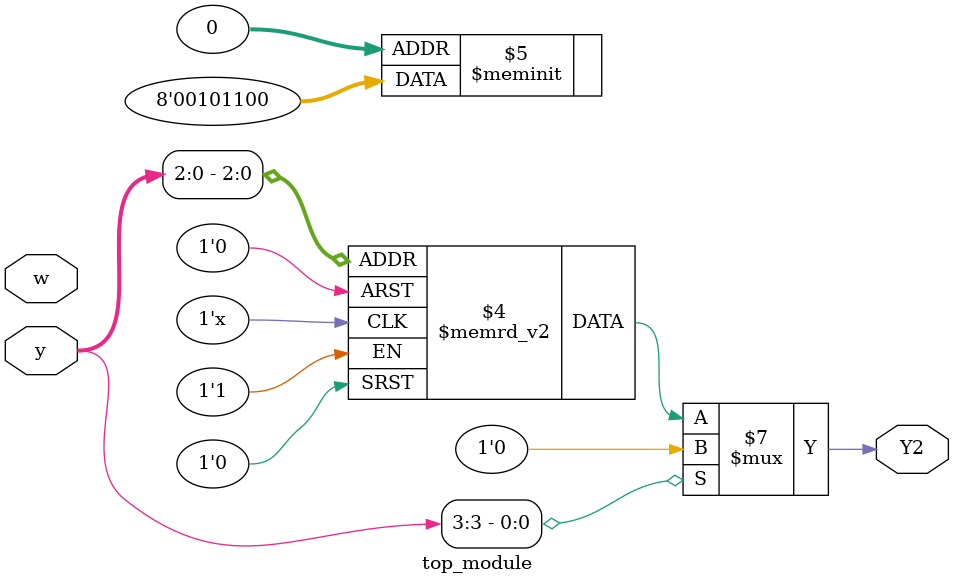
<source format=sv>
module top_module(
	input [3:0] y,
	input w,
	output reg Y2);

	always_comb
	begin
		case(y)
			4'b0000: Y2 = 1'b0;
			4'b0001: Y2 = 1'b0;
			4'b0010: Y2 = 1'b1;
			4'b0011: Y2 = 1'b1;
			4'b0100: Y2 = 1'b0;
			4'b0101: Y2 = 1'b1;
			4'b0110: Y2 = 1'b0;
			4'b0111: Y2 = 1'b0;
			default: Y2 = 1'b0;
		endcase
	end

endmodule

</source>
